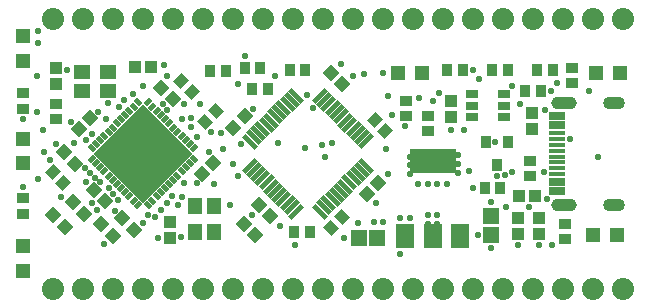
<source format=gbr>
%TF.GenerationSoftware,Altium Limited,Altium Designer,19.0.15 (446)*%
G04 Layer_Color=8388736*
%FSLAX45Y45*%
%MOMM*%
%TF.FileFunction,Soldermask,Top*%
%TF.Part,Single*%
G01*
G75*
%TA.AperFunction,ComponentPad*%
%ADD45C,1.87600*%
G04:AMPARAMS|DCode=46|XSize=1.076mm|YSize=1.876mm|CornerRadius=0.538mm|HoleSize=0mm|Usage=FLASHONLY|Rotation=90.000|XOffset=0mm|YOffset=0mm|HoleType=Round|Shape=RoundedRectangle|*
%AMROUNDEDRECTD46*
21,1,1.07600,0.80000,0,0,90.0*
21,1,0.00000,1.87600,0,0,90.0*
1,1,1.07600,0.40000,0.00000*
1,1,1.07600,0.40000,0.00000*
1,1,1.07600,-0.40000,0.00000*
1,1,1.07600,-0.40000,0.00000*
%
%ADD46ROUNDEDRECTD46*%
G04:AMPARAMS|DCode=47|XSize=1.076mm|YSize=2.176mm|CornerRadius=0.538mm|HoleSize=0mm|Usage=FLASHONLY|Rotation=90.000|XOffset=0mm|YOffset=0mm|HoleType=Round|Shape=RoundedRectangle|*
%AMROUNDEDRECTD47*
21,1,1.07600,1.10000,0,0,90.0*
21,1,0.00000,2.17600,0,0,90.0*
1,1,1.07600,0.55000,0.00000*
1,1,1.07600,0.55000,0.00000*
1,1,1.07600,-0.55000,0.00000*
1,1,1.07600,-0.55000,0.00000*
%
%ADD47ROUNDEDRECTD47*%
%ADD48C,0.07600*%
%TA.AperFunction,ViaPad*%
%ADD49C,0.57600*%
%TA.AperFunction,SMDPad,CuDef*%
%ADD56R,1.07600X0.67600*%
%ADD57P,8.31558X4X360.0*%
G04:AMPARAMS|DCode=58|XSize=0.38mm|YSize=0.68mm|CornerRadius=0mm|HoleSize=0mm|Usage=FLASHONLY|Rotation=315.000|XOffset=0mm|YOffset=0mm|HoleType=Round|Shape=Rectangle|*
%AMROTATEDRECTD58*
4,1,4,-0.37477,-0.10607,0.10607,0.37477,0.37477,0.10607,-0.10607,-0.37477,-0.37477,-0.10607,0.0*
%
%ADD58ROTATEDRECTD58*%

G04:AMPARAMS|DCode=59|XSize=0.38mm|YSize=0.68mm|CornerRadius=0mm|HoleSize=0mm|Usage=FLASHONLY|Rotation=45.000|XOffset=0mm|YOffset=0mm|HoleType=Round|Shape=Rectangle|*
%AMROTATEDRECTD59*
4,1,4,0.10607,-0.37477,-0.37477,0.10607,-0.10607,0.37477,0.37477,-0.10607,0.10607,-0.37477,0.0*
%
%ADD59ROTATEDRECTD59*%

%ADD60R,1.27600X1.27600*%
%ADD61R,1.02600X0.92600*%
G04:AMPARAMS|DCode=62|XSize=0.38mm|YSize=1.48mm|CornerRadius=0mm|HoleSize=0mm|Usage=FLASHONLY|Rotation=135.000|XOffset=0mm|YOffset=0mm|HoleType=Round|Shape=Rectangle|*
%AMROTATEDRECTD62*
4,1,4,0.65761,0.38891,-0.38891,-0.65761,-0.65761,-0.38891,0.38891,0.65761,0.65761,0.38891,0.0*
%
%ADD62ROTATEDRECTD62*%

G04:AMPARAMS|DCode=63|XSize=0.38mm|YSize=1.48mm|CornerRadius=0mm|HoleSize=0mm|Usage=FLASHONLY|Rotation=45.000|XOffset=0mm|YOffset=0mm|HoleType=Round|Shape=Rectangle|*
%AMROTATEDRECTD63*
4,1,4,0.38891,-0.65761,-0.65761,0.38891,-0.38891,0.65761,0.65761,-0.38891,0.38891,-0.65761,0.0*
%
%ADD63ROTATEDRECTD63*%

%ADD64R,0.92600X1.02600*%
%ADD65R,1.07600X0.97600*%
%ADD66R,1.22600X1.47600*%
G04:AMPARAMS|DCode=67|XSize=1.026mm|YSize=0.926mm|CornerRadius=0mm|HoleSize=0mm|Usage=FLASHONLY|Rotation=135.000|XOffset=0mm|YOffset=0mm|HoleType=Round|Shape=Rectangle|*
%AMROTATEDRECTD67*
4,1,4,0.69014,-0.03535,0.03535,-0.69014,-0.69014,0.03535,-0.03535,0.69014,0.69014,-0.03535,0.0*
%
%ADD67ROTATEDRECTD67*%

G04:AMPARAMS|DCode=68|XSize=1.076mm|YSize=0.976mm|CornerRadius=0mm|HoleSize=0mm|Usage=FLASHONLY|Rotation=225.000|XOffset=0mm|YOffset=0mm|HoleType=Round|Shape=Rectangle|*
%AMROTATEDRECTD68*
4,1,4,0.03535,0.72550,0.72550,0.03535,-0.03535,-0.72550,-0.72550,-0.03535,0.03535,0.72550,0.0*
%
%ADD68ROTATEDRECTD68*%

G04:AMPARAMS|DCode=69|XSize=1.026mm|YSize=0.926mm|CornerRadius=0mm|HoleSize=0mm|Usage=FLASHONLY|Rotation=225.000|XOffset=0mm|YOffset=0mm|HoleType=Round|Shape=Rectangle|*
%AMROTATEDRECTD69*
4,1,4,0.03535,0.69014,0.69014,0.03535,-0.03535,-0.69014,-0.69014,-0.03535,0.03535,0.69014,0.0*
%
%ADD69ROTATEDRECTD69*%

%ADD70R,1.47600X1.22600*%
%ADD71R,0.97600X1.07600*%
%TA.AperFunction,ConnectorPad*%
%ADD72R,1.37600X0.67600*%
%ADD73R,1.37600X0.37600*%
%TA.AperFunction,SMDPad,CuDef*%
%ADD74R,0.87600X0.97600*%
%ADD75R,1.27600X1.27600*%
G04:AMPARAMS|DCode=76|XSize=1.076mm|YSize=0.976mm|CornerRadius=0mm|HoleSize=0mm|Usage=FLASHONLY|Rotation=135.000|XOffset=0mm|YOffset=0mm|HoleType=Round|Shape=Rectangle|*
%AMROTATEDRECTD76*
4,1,4,0.72550,-0.03535,0.03535,-0.72550,-0.72550,0.03535,-0.03535,0.72550,0.72550,-0.03535,0.0*
%
%ADD76ROTATEDRECTD76*%

%ADD77R,3.87600X2.07600*%
%ADD78R,1.57600X2.07600*%
%ADD79R,1.37600X1.47600*%
%ADD80R,1.47600X1.37600*%
D45*
X14732001Y6096000D02*
D03*
X14478000D02*
D03*
X14986000D02*
D03*
X15239999D02*
D03*
X14224001D02*
D03*
X13970000D02*
D03*
X13462000D02*
D03*
X13716000D02*
D03*
X13208000D02*
D03*
X10922000D02*
D03*
X11430000D02*
D03*
X11176000D02*
D03*
X11684000D02*
D03*
X11938000D02*
D03*
X12953999D02*
D03*
X12700000D02*
D03*
X12192000D02*
D03*
X12446000D02*
D03*
X10414000D02*
D03*
X10668000D02*
D03*
X14732001Y8382000D02*
D03*
X14478000D02*
D03*
X14986000D02*
D03*
X15239999D02*
D03*
X14224001D02*
D03*
X13970000D02*
D03*
X13462000D02*
D03*
X13716000D02*
D03*
X13208000D02*
D03*
X10922000D02*
D03*
X11430000D02*
D03*
X11176000D02*
D03*
X11684000D02*
D03*
X11938000D02*
D03*
X12953999D02*
D03*
X12700000D02*
D03*
X12192000D02*
D03*
X12446000D02*
D03*
X10414000D02*
D03*
X10668000D02*
D03*
D46*
X15160249Y7671000D02*
D03*
Y6807000D02*
D03*
D47*
X14742250Y7671000D02*
D03*
Y6807000D02*
D03*
D48*
X14792250Y6950000D02*
D03*
Y7528000D02*
D03*
D49*
X14630400Y7768600D02*
D03*
X14592300Y6853627D02*
D03*
X10287000Y8280400D02*
D03*
X10274300Y7594600D02*
D03*
X10337800Y7252656D02*
D03*
X10287000Y8178800D02*
D03*
Y7023100D02*
D03*
X10160000Y6959600D02*
D03*
X10274300Y7896050D02*
D03*
X10325100Y7442200D02*
D03*
X10160000Y7531100D02*
D03*
X11658600Y7658100D02*
D03*
X11747500Y7421200D02*
D03*
X11849100Y7279514D02*
D03*
X11938000Y7147767D02*
D03*
X13512801Y7710112D02*
D03*
X13284200Y7569200D02*
D03*
X12712700Y7213600D02*
D03*
X12687300Y7315200D02*
D03*
X14020799Y7874000D02*
D03*
X13677901Y7754443D02*
D03*
X12561256Y7734300D02*
D03*
X13233400Y7277100D02*
D03*
X13839500Y7150100D02*
D03*
Y7073900D02*
D03*
X13931900Y7092959D02*
D03*
X14158212Y7339000D02*
D03*
X14172800Y7053384D02*
D03*
X14236700Y7060153D02*
D03*
X14635915Y6464300D02*
D03*
X12611100Y7624373D02*
D03*
X12776200Y7325486D02*
D03*
X14300200Y7079270D02*
D03*
X14439900Y6782916D02*
D03*
X10887145Y6946098D02*
D03*
X10815673Y6995635D02*
D03*
X10922000Y6896100D02*
D03*
X10388600Y7188200D02*
D03*
X10723200Y7074252D02*
D03*
X10682596Y7121200D02*
D03*
X10693400Y6997700D02*
D03*
X10769600Y7035800D02*
D03*
X10960100Y6845300D02*
D03*
X10942655Y6756400D02*
D03*
X10782300Y6757749D02*
D03*
X10744200Y6819900D02*
D03*
X11176000Y6654800D02*
D03*
X11214100Y6718300D02*
D03*
X11277600Y6705600D02*
D03*
X11328400Y6757749D02*
D03*
X13208000Y6662800D02*
D03*
X13131799D02*
D03*
X11468100Y6804130D02*
D03*
X11379200Y6819900D02*
D03*
X11417300Y6883400D02*
D03*
X11506200Y6870700D02*
D03*
X13436600Y7139000D02*
D03*
X13839500Y7225700D02*
D03*
X11976600Y7047000D02*
D03*
X11518900Y6992629D02*
D03*
X11633200D02*
D03*
X13436600Y7214000D02*
D03*
Y7064270D02*
D03*
X13665199Y6982674D02*
D03*
X13589000D02*
D03*
X11772900Y6985000D02*
D03*
X10591800Y7327900D02*
D03*
X10693400Y7353300D02*
D03*
X10744200Y7404100D02*
D03*
X10565563Y7510538D02*
D03*
X10795000Y7594600D02*
D03*
X11379200Y7899400D02*
D03*
X10864873Y7531100D02*
D03*
X10972800Y7632700D02*
D03*
X11010900Y7696200D02*
D03*
X11087100Y7747000D02*
D03*
X10879600Y7670800D02*
D03*
X11176000Y7810500D02*
D03*
X11345985Y7660007D02*
D03*
X11382062Y7611231D02*
D03*
X11518900Y7658100D02*
D03*
X11506200Y7528000D02*
D03*
X11582400Y7467600D02*
D03*
X11633200Y7378700D02*
D03*
X11582400Y7543800D02*
D03*
X11836400Y7416800D02*
D03*
X13042900Y7912100D02*
D03*
X12953999Y7899400D02*
D03*
X10439400Y7318549D02*
D03*
X10477500Y6870700D02*
D03*
X10848963Y6477000D02*
D03*
X10528300Y7950200D02*
D03*
X11734800Y7251700D02*
D03*
X11912600Y6804130D02*
D03*
X11494802Y6535072D02*
D03*
X11301837Y6527800D02*
D03*
X11353800Y7988300D02*
D03*
X15024100Y7213600D02*
D03*
X14119641Y6830097D02*
D03*
X13893800Y7442200D02*
D03*
X13627100Y7685000D02*
D03*
X13247800Y7730439D02*
D03*
X12039600Y8064500D02*
D03*
X12293693Y7899400D02*
D03*
X11983496Y7831900D02*
D03*
X12103100Y7618500D02*
D03*
X12458700Y6464300D02*
D03*
X12101600Y6722475D02*
D03*
X12331700Y6629400D02*
D03*
X12877800Y6527800D02*
D03*
X12993729Y6650000D02*
D03*
X13144501Y6818271D02*
D03*
X13246100Y7065759D02*
D03*
X12852307Y8001000D02*
D03*
X14249400Y6782916D02*
D03*
X14947900Y7772400D02*
D03*
X13208000Y7924800D02*
D03*
X13970000Y6947319D02*
D03*
X13665199Y6722475D02*
D03*
X13589000D02*
D03*
X13665199Y6643600D02*
D03*
X13589000D02*
D03*
X13752600Y6985000D02*
D03*
X13500101D02*
D03*
X13347701Y6388100D02*
D03*
X13436600Y6689830D02*
D03*
X13347701D02*
D03*
X13970000Y7950200D02*
D03*
X13397099Y7470900D02*
D03*
X13779500Y7442600D02*
D03*
X14579601Y7607300D02*
D03*
X14122400Y6438900D02*
D03*
X14008099Y6546641D02*
D03*
X14350999Y6464300D02*
D03*
X14528799D02*
D03*
X14296547Y7810500D02*
D03*
X14792250Y7366000D02*
D03*
X14681200Y7835900D02*
D03*
X14363699Y7658100D02*
D03*
X14566901Y7086600D02*
D03*
X12319000Y7327900D02*
D03*
X12001500Y7316782D02*
D03*
X12547600Y7289800D02*
D03*
X10942655Y7316782D02*
D03*
X11098218Y7161218D02*
D03*
X11253782Y7005655D02*
D03*
X11020436Y7239000D02*
D03*
X11176000Y7083436D02*
D03*
X11098218Y7472345D02*
D03*
X11253782Y7316782D02*
D03*
X11409345Y7161218D02*
D03*
X11176000Y7394564D02*
D03*
X11331564Y7239000D02*
D03*
X11409345Y7316782D02*
D03*
X11253782Y7161218D02*
D03*
X11098218Y7005655D02*
D03*
X11253782Y7472345D02*
D03*
X11098218Y7316782D02*
D03*
X10942655Y7161218D02*
D03*
X11176000Y6927873D02*
D03*
X11020436Y7083436D02*
D03*
X10864873Y7239000D02*
D03*
X11331564Y7083436D02*
D03*
X11176000Y7239000D02*
D03*
X11020436Y7394564D02*
D03*
X11487127Y7239000D02*
D03*
X11331564Y7394564D02*
D03*
X11176000Y7550127D02*
D03*
D56*
X14234500Y7740400D02*
D03*
X13959500Y7550400D02*
D03*
Y7740400D02*
D03*
X14234500Y7645400D02*
D03*
Y7550400D02*
D03*
X13959500Y7645400D02*
D03*
D57*
X11176000Y7239000D02*
D03*
D58*
X11220194Y7672103D02*
D03*
X11255549Y7636748D02*
D03*
X11290905Y7601392D02*
D03*
X11326260Y7566037D02*
D03*
X11361616Y7530681D02*
D03*
X11396971Y7495326D02*
D03*
X11432326Y7459971D02*
D03*
X11467682Y7424616D02*
D03*
X11503037Y7389260D02*
D03*
X11538392Y7353905D02*
D03*
X11573747Y7318549D02*
D03*
X11609103Y7283194D02*
D03*
X11131806Y6805897D02*
D03*
X11096451Y6841253D02*
D03*
X11061095Y6876608D02*
D03*
X11025740Y6911963D02*
D03*
X10990385Y6947319D02*
D03*
X10955029Y6982674D02*
D03*
X10919674Y7018029D02*
D03*
X10884319Y7053384D02*
D03*
X10848963Y7088740D02*
D03*
X10813608Y7124095D02*
D03*
X10778253Y7159451D02*
D03*
X10742897Y7194806D02*
D03*
D59*
X11609103D02*
D03*
X11573747Y7159451D02*
D03*
X11538392Y7124095D02*
D03*
X11503037Y7088740D02*
D03*
X11467681Y7053384D02*
D03*
X11432326Y7018029D02*
D03*
X11396971Y6982674D02*
D03*
X11361615Y6947319D02*
D03*
X11326260Y6911963D02*
D03*
X11290905Y6876608D02*
D03*
X11255549Y6841253D02*
D03*
X11220194Y6805897D02*
D03*
X10742897Y7283194D02*
D03*
X10778253Y7318549D02*
D03*
X10813608Y7353905D02*
D03*
X10848963Y7389260D02*
D03*
X10884318Y7424616D02*
D03*
X10919674Y7459971D02*
D03*
X10955029Y7495326D02*
D03*
X10990384Y7530681D02*
D03*
X11025740Y7566037D02*
D03*
X11061095Y7601392D02*
D03*
X11096451Y7636748D02*
D03*
X11131806Y7672103D02*
D03*
D60*
X10160000Y6455000D02*
D03*
Y6245000D02*
D03*
Y8233000D02*
D03*
Y8023000D02*
D03*
Y7156000D02*
D03*
Y7366000D02*
D03*
D61*
Y6729500D02*
D03*
Y6859500D02*
D03*
X13589000Y7428000D02*
D03*
Y7558000D02*
D03*
X13398500Y7555000D02*
D03*
Y7685000D02*
D03*
X10160000Y7748500D02*
D03*
Y7618500D02*
D03*
X10439400Y7659600D02*
D03*
Y7529600D02*
D03*
X14452600Y7177000D02*
D03*
Y7047000D02*
D03*
X14752863Y6513600D02*
D03*
Y6643600D02*
D03*
X14808200Y7834400D02*
D03*
Y7964400D02*
D03*
D62*
X12081561Y7136470D02*
D03*
X12116916Y7101114D02*
D03*
X12152272Y7065759D02*
D03*
X12187627Y7030404D02*
D03*
X12222982Y6995048D02*
D03*
X12258338Y6959693D02*
D03*
X12293693Y6924337D02*
D03*
X12329048Y6888982D02*
D03*
X12364404Y6853627D02*
D03*
X12399759Y6818271D02*
D03*
X12435114Y6782916D02*
D03*
X12470470Y6747561D02*
D03*
X13064439Y7341531D02*
D03*
X13029083Y7376886D02*
D03*
X12993729Y7412241D02*
D03*
X12958372Y7447597D02*
D03*
X12923018Y7482952D02*
D03*
X12887663Y7518307D02*
D03*
X12852307Y7553663D02*
D03*
X12816953Y7589018D02*
D03*
X12781597Y7624373D02*
D03*
X12746241Y7659729D02*
D03*
X12710886Y7695084D02*
D03*
X12675531Y7730439D02*
D03*
D63*
Y6747561D02*
D03*
X12710886Y6782916D02*
D03*
X12746241Y6818271D02*
D03*
X12781597Y6853627D02*
D03*
X12816953Y6888982D02*
D03*
X12852307Y6924337D02*
D03*
X12887663Y6959693D02*
D03*
X12923018Y6995048D02*
D03*
X12958372Y7030403D02*
D03*
X12993729Y7065759D02*
D03*
X13029083Y7101114D02*
D03*
X13064439Y7136469D02*
D03*
X12470470Y7730439D02*
D03*
X12435114Y7695084D02*
D03*
X12399759Y7659729D02*
D03*
X12364404Y7624373D02*
D03*
X12329048Y7589018D02*
D03*
X12293693Y7553663D02*
D03*
X12258338Y7518307D02*
D03*
X12222982Y7482952D02*
D03*
X12187627Y7447596D02*
D03*
X12152272Y7412241D02*
D03*
X12116916Y7376886D02*
D03*
X12081561Y7341530D02*
D03*
D64*
X11876000Y7937500D02*
D03*
X11746000D02*
D03*
X12101600Y7785100D02*
D03*
X12231600D02*
D03*
X12457200Y6578600D02*
D03*
X12587200D02*
D03*
X12038100Y7962900D02*
D03*
X12168100D02*
D03*
X14413000Y7772400D02*
D03*
X14542999D02*
D03*
X14644600Y7950200D02*
D03*
X14514600D02*
D03*
X12549100D02*
D03*
X12419100D02*
D03*
X14070100Y6946900D02*
D03*
X14200101D02*
D03*
X14133600Y7950200D02*
D03*
X14263600D02*
D03*
X13752600D02*
D03*
X13882600D02*
D03*
D65*
X13779500Y7552500D02*
D03*
Y7687500D02*
D03*
X11404600Y6527800D02*
D03*
Y6662800D02*
D03*
X14465900Y7585900D02*
D03*
Y7450900D02*
D03*
X10439400Y7966900D02*
D03*
Y7831900D02*
D03*
X14350999Y6696900D02*
D03*
Y6561900D02*
D03*
X14528799Y6696900D02*
D03*
Y6561900D02*
D03*
D66*
X11776700Y6574200D02*
D03*
X11616700D02*
D03*
X11776700Y6794200D02*
D03*
X11616700D02*
D03*
D67*
X12768338Y6608838D02*
D03*
X12860262Y6700762D02*
D03*
X11701538Y7510538D02*
D03*
X11793462Y7602462D02*
D03*
D68*
X12125430Y6546641D02*
D03*
X12029970Y6642100D02*
D03*
X10512530Y6619770D02*
D03*
X10417070Y6715230D02*
D03*
X10823470Y6639030D02*
D03*
X10918930Y6543570D02*
D03*
X11426930Y7699270D02*
D03*
X11331470Y7794730D02*
D03*
X11001270Y6689830D02*
D03*
X11096730Y6594370D02*
D03*
X10677630Y6730116D02*
D03*
X10582170Y6825575D02*
D03*
X10759970Y6931130D02*
D03*
X10855430Y6835670D02*
D03*
X10601430Y7153170D02*
D03*
X10505970Y7248630D02*
D03*
X12156970Y6804130D02*
D03*
X12252430Y6708670D02*
D03*
X12862030Y7826270D02*
D03*
X12766570Y7921730D02*
D03*
D69*
X10502062Y6989838D02*
D03*
X10410138Y7081762D02*
D03*
X13228561Y7434338D02*
D03*
X13136638Y7526262D02*
D03*
X11498338Y7856462D02*
D03*
X11590262Y7764538D02*
D03*
D70*
X10659600Y7768600D02*
D03*
Y7928600D02*
D03*
X10879600Y7768600D02*
D03*
Y7928600D02*
D03*
D71*
X11243500Y7975600D02*
D03*
X11108500D02*
D03*
X14359700Y6883400D02*
D03*
X14494701D02*
D03*
D72*
X14684750Y7559000D02*
D03*
Y7479000D02*
D03*
Y6919000D02*
D03*
Y6999000D02*
D03*
D73*
Y7414000D02*
D03*
Y7364000D02*
D03*
Y7314000D02*
D03*
Y7264000D02*
D03*
Y7214000D02*
D03*
Y7164000D02*
D03*
Y7114000D02*
D03*
Y7064000D02*
D03*
D74*
X14268201Y7339000D02*
D03*
X14078200D02*
D03*
X14173199Y7139000D02*
D03*
D75*
X15192599Y6553200D02*
D03*
X14982600D02*
D03*
X15008000Y7924800D02*
D03*
X15217999D02*
D03*
X13331599D02*
D03*
X13541600D02*
D03*
D76*
X11674370Y7064270D02*
D03*
X11769830Y7159730D02*
D03*
X10728430Y7540730D02*
D03*
X10632970Y7445270D02*
D03*
X12036530Y7553430D02*
D03*
X11941070Y7457970D02*
D03*
X13071370Y6895920D02*
D03*
X13166830Y6991379D02*
D03*
D77*
X13627100Y7173000D02*
D03*
D78*
X13857100Y6543000D02*
D03*
X13627100D02*
D03*
X13397099D02*
D03*
D79*
X13161000Y6527800D02*
D03*
X13000999D02*
D03*
D80*
X14122400Y6549400D02*
D03*
Y6709400D02*
D03*
%TF.MD5,effcccba9467f7c3d8f625aaaccf160d*%
M02*

</source>
